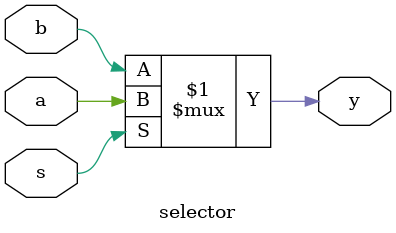
<source format=v>
`timescale 1ns / 1ps


module selector(a,b,s,y);
input a,b,s;
output y;
assign y=(s?a:b);
endmodule

</source>
